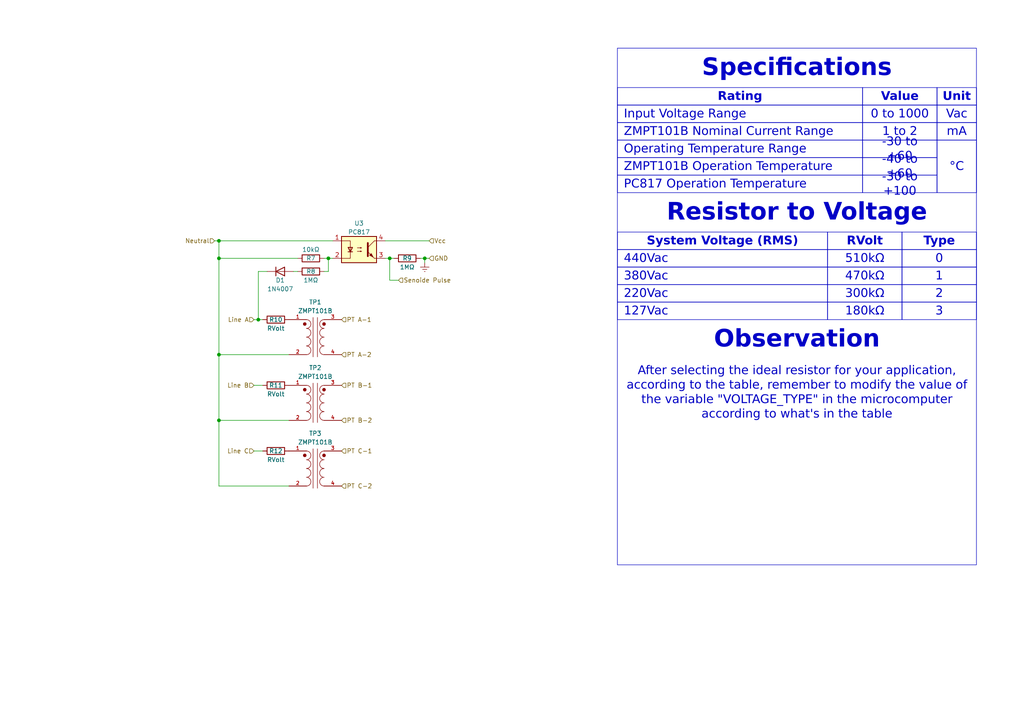
<source format=kicad_sch>
(kicad_sch (version 20230121) (generator eeschema)
  (paper "A4")
  (title_block (title "Signals Acquisition") (date "2024-09-27") (rev "1.0") (company "Lucas Rayan Guerra da Silva") (comment 1 "linkedin.com/in/lucasrguerra") (comment 2 "github.com/lucasrguerra/power_vision"))
  (lib_symbols
    (symbol "Device:R" (pin_numbers hide) (pin_names (offset 0))
      (property "Reference" "R" (at 2.032 0 90))
      (property "Value" "R" (at 0 0 90))
      (symbol "R_0_1"
        (rectangle (start -1.016 -2.54) (end 1.016 2.54) (stroke (width 0.254)))
      )
      (symbol "R_1_1"
        (pin passive line (at 0 3.81 270) (length 1.27) (name "~") (number "1"))
        (pin passive line (at 0 -3.81 90) (length 1.27) (name "~") (number "2"))
      )
    )
    (symbol "Diode:1N4007" (pin_numbers hide) (pin_names hide)
      (property "Reference" "D" (at 0 2.54 0))
      (property "Value" "1N4007" (at 0 -2.54 0))
      (symbol "1N4007_0_1"
        (polyline (pts (xy -1.27 1.27) (xy -1.27 -1.27)) (stroke (width 0.254)))
        (polyline (pts (xy 1.27 0) (xy -1.27 0)))
        (polyline (pts (xy 1.27 1.27) (xy 1.27 -1.27) (xy -1.27 0) (xy 1.27 1.27)) (stroke (width 0.254)))
      )
      (symbol "1N4007_1_1"
        (pin passive line (at -3.81 0 0) (length 2.54) (name "K") (number "1"))
        (pin passive line (at 3.81 0 180) (length 2.54) (name "A") (number "2"))
      )
    )
    (symbol "Isolator:PC817" (pin_names (offset 1.016))
      (property "Reference" "U" (at -5.08 5.08 0))
      (property "Value" "PC817" (at 0 5.08 0))
      (symbol "PC817_0_1"
        (rectangle (start -5.08 3.81) (end 5.08 -3.81) (stroke (width 0.254)) (fill (type background)))
        (polyline (pts (xy -3.175 -0.635) (xy -1.905 -0.635)) (stroke (width 0.254)))
        (polyline (pts (xy 2.54 0.635) (xy 4.445 2.54)))
        (polyline (pts (xy 4.445 -2.54) (xy 2.54 -0.635)) (fill (type outline)))
        (polyline (pts (xy 4.445 -2.54) (xy 5.08 -2.54)))
        (polyline (pts (xy 4.445 2.54) (xy 5.08 2.54)))
        (polyline (pts (xy -5.08 2.54) (xy -2.54 2.54) (xy -2.54 -0.635)))
        (polyline (pts (xy -2.54 -0.635) (xy -2.54 -2.54) (xy -5.08 -2.54)))
        (polyline (pts (xy 2.54 1.905) (xy 2.54 -1.905) (xy 2.54 -1.905)) (stroke (width 0.508)))
        (polyline (pts (xy -2.54 -0.635) (xy -3.175 0.635) (xy -1.905 0.635) (xy -2.54 -0.635)) (stroke (width 0.254)))
        (polyline (pts (xy -0.508 -0.508) (xy 0.762 -0.508) (xy 0.381 -0.635) (xy 0.381 -0.381) (xy 0.762 -0.508)))
        (polyline (pts (xy -0.508 0.508) (xy 0.762 0.508) (xy 0.381 0.381) (xy 0.381 0.635) (xy 0.762 0.508)))
        (polyline (pts (xy 3.048 -1.651) (xy 3.556 -1.143) (xy 4.064 -2.159) (xy 3.048 -1.651) (xy 3.048 -1.651)) (fill (type outline)))
      )
      (symbol "PC817_1_1"
        (pin passive line (at -7.62 2.54 0) (length 2.54) (name "~") (number "1"))
        (pin passive line (at -7.62 -2.54 0) (length 2.54) (name "~") (number "2"))
        (pin passive line (at 7.62 -2.54 180) (length 2.54) (name "~") (number "3"))
        (pin passive line (at 7.62 2.54 180) (length 2.54) (name "~") (number "4"))
      )
    )
    (symbol "ZMPT101B_1" (pin_names (offset 1.016) hide)
      (property "Reference" "T1" (at 0 10.16 0))
      (property "Value" "ZMPT101B" (at 0 7.62 0))
      (symbol "ZMPT101B_1_0_0"
        (circle (center -3.048 3.81) (radius 0.254) (stroke (width 0.508)))
        (arc (start -2.54 -5.08) (mid -1.2755 -3.81) (end -2.54 -2.54) (stroke (width 0.1524)))
        (arc (start -2.54 -2.54) (mid -1.2755 -1.27) (end -2.54 0) (stroke (width 0.1524)))
        (arc (start -2.54 0) (mid -1.2755 1.27) (end -2.54 2.54) (stroke (width 0.1524)))
        (arc (start -2.54 2.54) (mid -1.2755 3.81) (end -2.54 5.08) (stroke (width 0.1524)))
        (polyline (pts (xy -0.635 5.715) (xy -0.635 -5.715)) (stroke (width 0.1524)))
        (polyline (pts (xy 0.635 5.715) (xy 0.635 -5.715)) (stroke (width 0.1524)))
        (arc (start 2.54 -2.54) (mid 1.2755 -3.81) (end 2.54 -5.08) (stroke (width 0.1524)))
        (arc (start 2.54 0) (mid 1.2755 -1.27) (end 2.54 -2.54) (stroke (width 0.1524)))
        (arc (start 2.54 2.54) (mid 1.2755 1.27) (end 2.54 0) (stroke (width 0.1524)))
        (circle (center 2.54 3.81) (radius 0.254) (stroke (width 0.508)))
        (arc (start 2.54 5.08) (mid 1.2755 3.81) (end 2.54 2.54) (stroke (width 0.1524)))
        (pin passive line (at -7.62 5.08 0) (length 5.08) (name "~") (number "1"))
        (pin passive line (at -7.62 -5.08 0) (length 5.08) (name "~") (number "2"))
        (pin passive line (at 7.62 5.08 180) (length 5.08) (name "~") (number "3"))
        (pin passive line (at 7.62 -5.08 180) (length 5.08) (name "~") (number "4"))
      )
    )
    (symbol "power:Earth" (power) (pin_names (offset 0))
      (symbol "Earth_0_1"
        (polyline (pts (xy -0.635 -1.905) (xy 0.635 -1.905)))
        (polyline (pts (xy -0.127 -2.54) (xy 0.127 -2.54)))
        (polyline (pts (xy 0 -1.27) (xy 0 0)))
        (polyline (pts (xy 1.27 -1.27) (xy -1.27 -1.27)))
      )
      (symbol "Earth_1_1"
        (pin power_in line (at 0 0 270) (length 0) hide (name "Earth") (number "1"))
      )
    )
  )
  (junction (at 95.25 74.93))
  (junction (at 74.93 92.71))
  (junction (at 123.19 74.93))
  (junction (at 113.03 74.93))
  (junction (at 63.5 74.93))
  (junction (at 63.5 121.92))
  (junction (at 63.5 69.85))
  (junction (at 63.5 102.87))
  (wire (pts (xy 111.76 74.93) (xy 113.03 74.93)))
  (wire (pts (xy 62.23 69.85) (xy 63.5 69.85)))
  (wire (pts (xy 95.25 74.93) (xy 95.25 78.74)))
  (wire (pts (xy 123.19 74.93) (xy 123.19 76.2)))
  (wire (pts (xy 74.93 92.71) (xy 76.2 92.71)))
  (wire (pts (xy 111.76 69.85) (xy 124.46 69.85)))
  (wire (pts (xy 63.5 121.92) (xy 83.82 121.92)))
  (wire (pts (xy 113.03 81.28) (xy 115.57 81.28)))
  (wire (pts (xy 63.5 69.85) (xy 63.5 74.93)))
  (wire (pts (xy 73.66 111.76) (xy 76.2 111.76)))
  (wire (pts (xy 74.93 78.74) (xy 74.93 92.71)))
  (wire (pts (xy 63.5 140.97) (xy 63.5 121.92)))
  (wire (pts (xy 74.93 78.74) (xy 77.47 78.74)))
  (wire (pts (xy 124.46 74.93) (xy 123.19 74.93)))
  (wire (pts (xy 73.66 130.81) (xy 76.2 130.81)))
  (wire (pts (xy 86.36 74.93) (xy 63.5 74.93)))
  (wire (pts (xy 95.25 74.93) (xy 93.98 74.93)))
  (wire (pts (xy 63.5 121.92) (xy 63.5 102.87)))
  (wire (pts (xy 95.25 78.74) (xy 93.98 78.74)))
  (wire (pts (xy 63.5 102.87) (xy 83.82 102.87)))
  (wire (pts (xy 113.03 74.93) (xy 114.3 74.93)))
  (wire (pts (xy 85.09 78.74) (xy 86.36 78.74)))
  (wire (pts (xy 123.19 74.93) (xy 121.92 74.93)))
  (wire (pts (xy 63.5 69.85) (xy 96.52 69.85)))
  (wire (pts (xy 73.66 92.71) (xy 74.93 92.71)))
  (wire (pts (xy 63.5 140.97) (xy 83.82 140.97)))
  (wire (pts (xy 113.03 74.93) (xy 113.03 81.28)))
  (wire (pts (xy 63.5 74.93) (xy 63.5 102.87)))
  (wire (pts (xy 95.25 74.93) (xy 96.52 74.93)))
  (rectangle (start 179.07 13.97) (end 283.21 163.83))
  (text_box "Type" (at 261.62 67.31 0) (size 21.59 5.08) (effects (font (size 2.5 2.5) (thickness 0.5) bold)))
  (text_box "380Vac" (at 179.07 77.47 0) (size 60.96 5.08) (effects (font (size 2.5 2.5)) (justify left)))
  (text_box "Input Voltage Range" (at 179.07 30.48 0) (size 71.12 5.08) (effects (font (size 2.5 2.5)) (justify left)))
  (text_box "510kΩ" (at 240.03 72.39 0) (size 21.59 5.08) (effects (font (size 2.5 2.5))))
  (text_box "ZMPT101B Nominal Current Range" (at 179.07 35.56 0) (size 71.12 5.08) (effects (font (size 2.5 2.5)) (justify left)))
  (text_box "After selecting the ideal resistor for your application, according to the table, remember to modify the value of the variable \"VOLTAGE_TYPE\" in the microcomputer according to what's in the table" (at 179.07 104.14 0) (size 104.14 59.69) (stroke (width -0.0001)) (effects (font (size 2.5 2.5)) (justify top)))
  (text_box "Unit" (at 271.78 25.4 0) (size 11.43 5.08) (effects (font (size 2.5 2.5) (thickness 0.5) bold)))
  (text_box "Rating" (at 179.07 25.4 0) (size 71.12 5.08) (effects (font (size 2.5 2.5) (thickness 0.5) bold)))
  (text_box "PC817 Operation Temperature" (at 179.07 50.8 0) (size 71.12 5.08) (effects (font (size 2.5 2.5)) (justify left)))
  (text_box "0 to 1000" (at 250.19 30.48 0) (size 21.59 5.08) (effects (font (size 2.5 2.5))))
  (text_box "0" (at 261.62 72.39 0) (size 21.59 5.08) (effects (font (size 2.5 2.5))))
  (text_box "RVolt" (at 240.03 67.31 0) (size 21.59 5.08) (effects (font (size 2.5 2.5) (thickness 0.5) bold)))
  (text_box "300kΩ" (at 240.03 82.55 0) (size 21.59 5.08) (effects (font (size 2.5 2.5))))
  (text_box "-30 to +60" (at 250.19 40.64 0) (size 21.59 5.08) (effects (font (size 2.5 2.5))))
  (text_box "220Vac" (at 179.07 82.55 0) (size 60.96 5.08) (effects (font (size 2.5 2.5)) (justify left)))
  (text_box "Resistor to Voltage" (at 179.07 55.88 0) (size 104.14 11.43) (stroke (width -0.0001)) (effects (font (size 5 5) (thickness 0.8) bold)))
  (text_box "Observation" (at 179.07 92.71 0) (size 104.14 11.43) (stroke (width -0.0001)) (effects (font (size 5 5) (thickness 0.8) bold)))
  (text_box "-30 to +100" (at 250.19 50.8 0) (size 21.59 5.08) (effects (font (size 2.5 2.5))))
  (text_box "mA" (at 271.78 35.56 0) (size 11.43 5.08) (effects (font (size 2.5 2.5))))
  (text_box "Vac" (at 271.78 30.48 0) (size 11.43 5.08) (effects (font (size 2.5 2.5))))
  (text_box "1 to 2" (at 250.19 35.56 0) (size 21.59 5.08) (effects (font (size 2.5 2.5))))
  (text_box "180kΩ" (at 240.03 87.63 0) (size 21.59 5.08) (effects (font (size 2.5 2.5))))
  (text_box "ZMPT101B Operation Temperature" (at 179.07 45.72 0) (size 71.12 5.08) (effects (font (size 2.5 2.5)) (justify left)))
  (text_box "Specifications" (at 179.07 13.97 0) (size 104.14 11.43) (stroke (width -0.0001)) (effects (font (size 5 5) (thickness 0.8) bold)))
  (text_box "Value" (at 250.19 25.4 0) (size 21.59 5.08) (effects (font (size 2.5 2.5) (thickness 0.5) bold)))
  (text_box "127Vac" (at 179.07 87.63 0) (size 60.96 5.08) (effects (font (size 2.5 2.5)) (justify left)))
  (text_box "°C" (at 271.78 40.64 0) (size 11.43 15.24) (effects (font (size 2.5 2.5))))
  (text_box "2" (at 261.62 82.55 0) (size 21.59 5.08) (effects (font (size 2.5 2.5))))
  (text_box "Operating Temperature Range" (at 179.07 40.64 0) (size 71.12 5.08) (effects (font (size 2.5 2.5)) (justify left)))
  (text_box "3" (at 261.62 87.63 0) (size 21.59 5.08) (effects (font (size 2.5 2.5))))
  (text_box "1" (at 261.62 77.47 0) (size 21.59 5.08) (effects (font (size 2.5 2.5))))
  (text_box "440Vac" (at 179.07 72.39 0) (size 60.96 5.08) (effects (font (size 2.5 2.5)) (justify left)))
  (text_box "-40 to +60" (at 250.19 45.72 0) (size 21.59 5.08) (effects (font (size 2.5 2.5))))
  (text_box "470kΩ" (at 240.03 77.47 0) (size 21.59 5.08) (effects (font (size 2.5 2.5))))
  (text_box "System Voltage (RMS)" (at 179.07 67.31 0) (size 60.96 5.08) (effects (font (size 2.5 2.5) (thickness 0.5) bold)))
  (hierarchical_label "Line C" (shape input) (at 73.66 130.81 180))
  (hierarchical_label "PT A-1" (shape input) (at 99.06 92.71 0))
  (hierarchical_label "PT C-2" (shape input) (at 99.06 140.97 0))
  (hierarchical_label "Vcc" (shape input) (at 124.46 69.85 0))
  (hierarchical_label "Line B" (shape input) (at 73.66 111.76 180))
  (hierarchical_label "Senoide Pulse" (shape input) (at 115.57 81.28 0))
  (hierarchical_label "PT B-2" (shape input) (at 99.06 121.92 0))
  (hierarchical_label "Neutral" (shape input) (at 62.23 69.85 180))
  (hierarchical_label "PT A-2" (shape input) (at 99.06 102.87 0))
  (hierarchical_label "GND" (shape input) (at 124.46 74.93 0))
  (hierarchical_label "PT C-1" (shape input) (at 99.06 130.81 0))
  (hierarchical_label "Line A" (shape input) (at 73.66 92.71 180))
  (hierarchical_label "PT B-1" (shape input) (at 99.06 111.76 0))
  (symbol (lib_name "ZMPT101B_1") (lib_id "ZMPT101B:ZMPT101B") (at 91.44 135.89 0) (unit 1)
    (property "Reference" "TP3" (at 91.44 125.73 0))
    (property "Value" "ZMPT101B" (at 91.44 128.27 0))
    (property "Footprint" "SnapEDA Library:XFMR_ZMPT101B" (effects hide))
    (property "PARTREV" "NA" (effects hide))
    (property "STANDARD" "Manufacturer Recommendations" (effects hide))
    (property "MAXIMUM_PACKAGE_HEIGHT" "18.8mm" (effects hide))
    (property "MANUFACTURER" "Qingxian Zeming Langxi Electronic" (effects hide))
  )
  (symbol (lib_name "ZMPT101B_1") (lib_id "ZMPT101B:ZMPT101B") (at 91.44 97.79 0) (unit 1)
    (property "Reference" "TP1" (at 91.44 87.63 0))
    (property "Value" "ZMPT101B" (at 91.44 90.17 0))
    (property "Footprint" "SnapEDA Library:XFMR_ZMPT101B" (effects hide))
    (property "PARTREV" "NA" (effects hide))
    (property "STANDARD" "Manufacturer Recommendations" (effects hide))
    (property "MAXIMUM_PACKAGE_HEIGHT" "18.8mm" (effects hide))
    (property "MANUFACTURER" "Qingxian Zeming Langxi Electronic" (effects hide))
  )
  (symbol (lib_id "Device:R") (at 118.11 74.93 90) (unit 1)
    (property "Reference" "R9" (at 118.11 74.93 90))
    (property "Value" "1MΩ" (at 118.11 77.47 90))
    (property "Footprint" "Resistor_SMD:R_1206_3216Metric" (effects hide))
  )
  (symbol (lib_id "Device:R") (at 90.17 78.74 270) (unit 1)
    (property "Reference" "R8" (at 90.17 78.74 90))
    (property "Value" "1MΩ" (at 90.17 81.28 90))
    (property "Footprint" "Resistor_SMD:R_1206_3216Metric" (effects hide))
  )
  (symbol (lib_id "power:Earth") (at 123.19 76.2 0) (unit 1)
    (property "Reference" "#PWR017" (effects hide))
    (property "Value" "Earth" (effects hide))
  )
  (symbol (lib_id "Diode:1N4007") (at 81.28 78.74 0) (mirror x) (unit 1)
    (property "Reference" "D1" (at 81.28 81.28 0))
    (property "Value" "1N4007" (at 81.28 83.82 0))
    (property "Footprint" "Diode_THT:D_DO-41_SOD81_P10.16mm_Horizontal" (effects hide))
    (property "Datasheet" "http://www.vishay.com/docs/88503/1n4001.pdf" (effects hide))
    (property "Sim.Device" "D" (effects hide))
    (property "Sim.Pins" "1=K 2=A" (effects hide))
  )
  (symbol (lib_name "ZMPT101B_1") (lib_id "ZMPT101B:ZMPT101B") (at 91.44 116.84 0) (unit 1)
    (property "Reference" "TP2" (at 91.44 106.68 0))
    (property "Value" "ZMPT101B" (at 91.44 109.22 0))
    (property "Footprint" "SnapEDA Library:XFMR_ZMPT101B" (effects hide))
    (property "PARTREV" "NA" (effects hide))
    (property "STANDARD" "Manufacturer Recommendations" (effects hide))
    (property "MAXIMUM_PACKAGE_HEIGHT" "18.8mm" (effects hide))
    (property "MANUFACTURER" "Qingxian Zeming Langxi Electronic" (effects hide))
  )
  (symbol (lib_id "Device:R") (at 90.17 74.93 270) (unit 1)
    (property "Reference" "R7" (at 90.17 74.93 90))
    (property "Value" "10kΩ" (at 90.17 72.39 90))
    (property "Footprint" "Resistor_SMD:R_1206_3216Metric" (effects hide))
  )
  (symbol (lib_id "Device:R") (at 80.01 92.71 270) (unit 1)
    (property "Reference" "R10" (at 80.01 92.71 90))
    (property "Value" "RVolt" (at 80.01 95.25 90))
    (property "Footprint" "Resistor_SMD:R_1206_3216Metric" (effects hide))
  )
  (symbol (lib_id "Isolator:PC817") (at 104.14 72.39 0) (unit 1)
    (property "Reference" "U3" (at 104.14 64.77 0))
    (property "Value" "PC817" (at 104.14 67.31 0))
    (property "Footprint" "Package_DIP:DIP-4_W7.62mm" (effects hide))
    (property "Datasheet" "http://www.soselectronic.cz/a_info/resource/d/pc817.pdf" (effects hide))
  )
  (symbol (lib_id "Device:R") (at 80.01 111.76 270) (unit 1)
    (property "Reference" "R11" (at 80.01 111.76 90))
    (property "Value" "RVolt" (at 80.01 114.3 90))
    (property "Footprint" "Resistor_SMD:R_1206_3216Metric" (effects hide))
  )
  (symbol (lib_id "Device:R") (at 80.01 130.81 270) (unit 1)
    (property "Reference" "R12" (at 80.01 130.81 90))
    (property "Value" "RVolt" (at 80.01 133.35 90))
    (property "Footprint" "Resistor_SMD:R_1206_3216Metric" (effects hide))
  )
)
</source>
